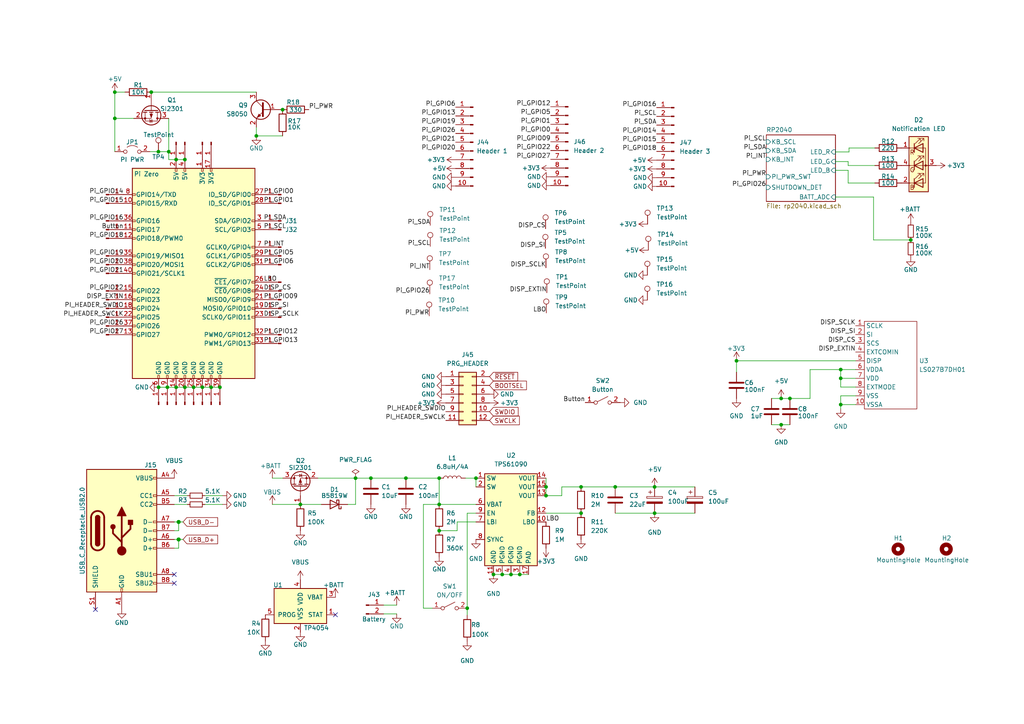
<source format=kicad_sch>
(kicad_sch (version 20231120) (generator "eeschema") (generator_version "8.0")
  (paper "A4")
  (title_block (title "Beepy") (date "2023-04-21") (rev "1.0") (comment 1 "CERN Open Hardware Licence v1.2") (comment 2 "https://github.com/sqfmi/beepy-hardware") (comment 3 "Designed by SQFMI"))
  (junction (at 107.569 138.684))
  (junction (at 178.435 141.224))
  (junction (at 48.9458 43.9928))
  (junction (at 63.7794 112.3188))
  (junction (at 138.049 138.684))
  (junction (at 56.1594 112.3188))
  (junction (at 226.568 123.19))
  (junction (at 243.84 107.188))
  (junction (at 150.749 166.624))
  (junction (at 168.529 148.844))
  (junction (at 61.2394 112.3188))
  (junction (at 51.0794 46.2788))
  (junction (at 158.369 141.224))
  (junction (at 117.729 138.684))
  (junction (at 51.816 156.464) (diameter 1.016))
  (junction (at 45.9994 112.3188))
  (junction (at 158.369 143.764))
  (junction (at 103.124 138.684))
  (junction (at 189.865 141.224))
  (junction (at 264.16 69.596))
  (junction (at 43.8658 26.7208))
  (junction (at 53.6194 112.3188))
  (junction (at 243.84 109.728))
  (junction (at 74.3458 39.4208))
  (junction (at 51.0794 112.3188))
  (junction (at 148.209 166.624))
  (junction (at 127.381 138.684))
  (junction (at 243.84 117.348))
  (junction (at 87.122 146.304))
  (junction (at 51.816 151.384) (diameter 1.016))
  (junction (at 48.5394 112.3188))
  (junction (at 81.9658 31.8008))
  (junction (at 229.108 115.57))
  (junction (at 145.669 166.624))
  (junction (at 213.614 104.648))
  (junction (at 189.865 148.844))
  (junction (at 33.2994 26.7208))
  (junction (at 58.6994 112.3188))
  (junction (at 127.381 146.304))
  (junction (at 53.6194 46.2788))
  (junction (at 45.9486 43.9928))
  (junction (at 127.381 153.924))
  (junction (at 33.2994 34.3408))
  (junction (at 143.129 166.624))
  (junction (at 168.529 141.224))
  (junction (at 226.568 115.57))
  (junction (at 135.509 176.403))
  (no_connect (at 27.686 176.784))
  (no_connect (at 50.546 166.624))
  (no_connect (at 97.282 178.308))
  (no_connect (at 50.546 169.164))
  (wire (pts (xy 245.999 46.863) (xy 245.999 48.006)))
  (wire (pts (xy 138.049 146.304) (xy 127.381 146.304)))
  (wire (pts (xy 248.158 114.808) (xy 243.84 114.808)))
  (wire (pts (xy 158.369 143.764) (xy 162.941 143.764)))
  (wire (pts (xy 148.209 166.624) (xy 150.749 166.624)))
  (wire (pts (xy 48.9458 34.3408) (xy 48.9458 43.9928)))
  (wire (pts (xy 246.253 44.069) (xy 246.253 42.926)))
  (wire (pts (xy 51.0794 46.2788) (xy 53.6194 46.2788)))
  (wire (pts (xy 53.086 151.384) (xy 51.816 151.384)))
  (wire (pts (xy 103.124 146.304) (xy 100.838 146.304)))
  (wire (pts (xy 127.381 146.304) (xy 127.381 138.684)))
  (wire (pts (xy 132.588 153.924) (xy 132.588 151.384)))
  (wire (pts (xy 56.1594 112.3188) (xy 58.6994 112.3188)))
  (wire (pts (xy 158.369 148.844) (xy 168.529 148.844)))
  (wire (pts (xy 59.436 146.304) (xy 64.516 146.304)))
  (wire (pts (xy 117.729 138.684) (xy 127.381 138.684)))
  (wire (pts (xy 138.049 138.684) (xy 138.049 141.224)))
  (wire (pts (xy 50.546 151.384) (xy 51.816 151.384)))
  (wire (pts (xy 53.6194 112.3188) (xy 56.1594 112.3188)))
  (wire (pts (xy 178.435 141.224) (xy 189.865 141.224)))
  (wire (pts (xy 150.749 166.624) (xy 153.289 166.624)))
  (wire (pts (xy 135.001 138.684) (xy 138.049 138.684)))
  (wire (pts (xy 253.365 57.15) (xy 253.365 69.596)))
  (wire (pts (xy 78.994 138.684) (xy 82.042 138.684)))
  (wire (pts (xy 143.129 166.624) (xy 145.669 166.624)))
  (wire (pts (xy 43.8658 26.7208) (xy 74.3458 26.7208)))
  (wire (pts (xy 135.509 148.844) (xy 135.509 176.403)))
  (wire (pts (xy 253.365 69.596) (xy 264.16 69.596)))
  (wire (pts (xy 78.994 146.304) (xy 87.122 146.304)))
  (wire (pts (xy 33.2994 26.7208) (xy 36.2458 26.7208)))
  (wire (pts (xy 33.2994 34.3408) (xy 38.7858 34.3408)))
  (wire (pts (xy 158.369 138.684) (xy 158.369 141.224)))
  (wire (pts (xy 243.84 117.348) (xy 248.158 117.348)))
  (wire (pts (xy 245.999 48.006) (xy 253.746 48.006)))
  (wire (pts (xy 33.2994 34.3408) (xy 33.2994 43.9928)))
  (wire (pts (xy 243.84 117.348) (xy 243.84 118.618)))
  (wire (pts (xy 178.435 148.844) (xy 189.865 148.844)))
  (wire (pts (xy 162.941 143.764) (xy 162.941 141.224)))
  (wire (pts (xy 226.568 123.19) (xy 229.108 123.19)))
  (wire (pts (xy 223.774 115.57) (xy 226.568 115.57)))
  (wire (pts (xy 48.5394 112.3188) (xy 51.0794 112.3188)))
  (wire (pts (xy 122.809 146.304) (xy 122.809 176.403)))
  (wire (pts (xy 43.4594 43.9928) (xy 45.9486 43.9928)))
  (wire (pts (xy 242.316 57.15) (xy 253.365 57.15)))
  (wire (pts (xy 243.84 109.728) (xy 248.158 109.728)))
  (wire (pts (xy 33.2994 26.7208) (xy 33.2994 34.3408)))
  (wire (pts (xy 59.436 143.764) (xy 64.516 143.764)))
  (wire (pts (xy 50.546 143.764) (xy 54.356 143.764)))
  (wire (pts (xy 223.774 123.19) (xy 226.568 123.19)))
  (wire (pts (xy 243.84 114.808) (xy 243.84 117.348)))
  (wire (pts (xy 51.816 153.924) (xy 51.816 151.384)))
  (wire (pts (xy 189.865 148.844) (xy 201.549 148.844)))
  (wire (pts (xy 58.6994 112.3188) (xy 61.2394 112.3188)))
  (wire (pts (xy 48.9458 43.9928) (xy 48.9458 46.2788)))
  (wire (pts (xy 162.941 141.224) (xy 168.529 141.224)))
  (wire (pts (xy 242.316 46.863) (xy 245.999 46.863)))
  (wire (pts (xy 226.568 115.57) (xy 229.108 115.57)))
  (wire (pts (xy 87.122 146.304) (xy 93.218 146.304)))
  (wire (pts (xy 48.9458 43.9928) (xy 45.9486 43.9928)))
  (wire (pts (xy 50.546 153.924) (xy 51.816 153.924)))
  (wire (pts (xy 145.669 166.624) (xy 148.209 166.624)))
  (wire (pts (xy 138.049 148.844) (xy 135.509 148.844)))
  (wire (pts (xy 243.84 107.188) (xy 234.95 107.188)))
  (wire (pts (xy 243.84 112.268) (xy 243.84 109.728)))
  (wire (pts (xy 243.84 107.188) (xy 243.84 109.728)))
  (wire (pts (xy 248.158 112.268) (xy 243.84 112.268)))
  (wire (pts (xy 111.252 178.054) (xy 115.062 178.054)))
  (wire (pts (xy 127.381 153.924) (xy 132.588 153.924)))
  (wire (pts (xy 234.95 115.57) (xy 229.108 115.57)))
  (wire (pts (xy 243.84 107.188) (xy 248.158 107.188)))
  (wire (pts (xy 51.816 159.004) (xy 51.816 156.464)))
  (wire (pts (xy 92.202 138.684) (xy 103.124 138.684)))
  (wire (pts (xy 132.588 151.384) (xy 138.049 151.384)))
  (wire (pts (xy 242.316 49.403) (xy 245.999 49.403)))
  (wire (pts (xy 168.529 141.224) (xy 178.435 141.224)))
  (wire (pts (xy 51.816 156.464) (xy 53.086 156.464)))
  (wire (pts (xy 135.509 176.403) (xy 135.509 178.435)))
  (wire (pts (xy 158.369 141.224) (xy 158.369 143.764)))
  (wire (pts (xy 50.546 156.464) (xy 51.816 156.464)))
  (wire (pts (xy 103.124 138.684) (xy 103.124 146.304)))
  (wire (pts (xy 234.95 107.188) (xy 234.95 115.57)))
  (wire (pts (xy 50.546 146.304) (xy 54.356 146.304)))
  (wire (pts (xy 245.999 53.086) (xy 253.746 53.086)))
  (wire (pts (xy 61.2394 112.3188) (xy 63.7794 112.3188)))
  (wire (pts (xy 50.546 159.004) (xy 51.816 159.004)))
  (wire (pts (xy 122.809 176.403) (xy 125.349 176.403)))
  (wire (pts (xy 246.253 42.926) (xy 253.746 42.926)))
  (wire (pts (xy 189.865 141.224) (xy 201.549 141.224)))
  (wire (pts (xy 48.9458 46.2788) (xy 51.0794 46.2788)))
  (wire (pts (xy 213.614 104.648) (xy 213.614 107.95)))
  (wire (pts (xy 107.569 138.684) (xy 117.729 138.684)))
  (wire (pts (xy 127.381 146.304) (xy 122.809 146.304)))
  (wire (pts (xy 81.9658 39.4208) (xy 74.3458 39.4208)))
  (wire (pts (xy 103.124 138.684) (xy 107.569 138.684)))
  (wire (pts (xy 45.9994 112.3188) (xy 48.5394 112.3188)))
  (wire (pts (xy 111.252 175.514) (xy 115.062 175.514)))
  (wire (pts (xy 51.0794 112.3188) (xy 53.6194 112.3188)))
  (wire (pts (xy 74.3458 36.8808) (xy 74.3458 39.4208)))
  (wire (pts (xy 245.999 49.403) (xy 245.999 53.086)))
  (wire (pts (xy 248.158 104.648) (xy 213.614 104.648)))
  (wire (pts (xy 242.316 44.069) (xy 246.253 44.069)))
  (label "Pi_GPIO09" (at 76.4794 86.9188 0))
  (label "Pi_SDA" (at 222.25 43.688 180))
  (label "Pi_GPIO6" (at 132.1562 31.0896 180))
  (label "Pi_GPIO21" (at 132.1562 41.2496 180))
  (label "DISP_CS" (at 158.242 66.3448 180))
  (label "Pi_GPIO5" (at 76.4794 74.2188 0))
  (label "LBO" (at 158.4452 90.7542 180))
  (label "Pi_SDA" (at 76.4794 64.0588 0))
  (label "Pi_GPIO21" (at 35.8394 79.2988 180))
  (label "DISP_EXTIN" (at 158.5976 84.9122 180))
  (label "Pi_INT" (at 222.25 46.228 180))
  (label "Pi_GPIO1" (at 159.7152 36.0426 180))
  (label "DISP_SCLK" (at 158.3436 77.6732 180))
  (label "PI_HEADER_SWDIO" (at 129.286 119.4054 180))
  (label "DISP_SI" (at 248.158 97.028 180))
  (label "Pi_GPIO27" (at 159.7152 46.2026 180))
  (label "LBO" (at 158.369 151.384 0))
  (label "Pi_GPIO20" (at 132.1562 43.7896 180))
  (label "Pi_GPIO19" (at 132.1562 36.1696 180))
  (label "Pi_GPIO12" (at 159.7152 30.9626 180))
  (label "Pi_GPIO14" (at 190.4492 38.8366 180))
  (label "Pi_GPIO15" (at 35.8394 58.9788 180))
  (label "Pi_PWR" (at 89.5858 31.8008 0))
  (label "DISP_SCLK" (at 248.158 94.488 180))
  (label "DISP_EXTIN" (at 248.158 102.108 180))
  (label "Pi_GPIO22" (at 159.7152 43.6626 180))
  (label "Pi_GPIO26" (at 124.6632 85.2678 180))
  (label "DISP_EXTIN" (at 35.8394 86.9188 180))
  (label "Pi_SCL" (at 190.4492 33.7566 180))
  (label "Pi_GPIO20" (at 35.8394 76.7588 180))
  (label "Pi_GPIO16" (at 190.4492 31.2166 180))
  (label "Button" (at 35.8394 66.5988 180))
  (label "DISP_SCLK" (at 76.4794 91.9988 0))
  (label "Button" (at 169.7228 116.7638 180))
  (label "DISP_CS" (at 248.158 99.568 180))
  (label "Pi_GPIO6" (at 76.4794 76.7588 0))
  (label "Pi_GPIO0" (at 76.4794 56.4388 0))
  (label "Pi_SCL" (at 76.4794 66.5988 0))
  (label "Pi_SCL" (at 222.25 41.148 180))
  (label "Pi_GPIO16" (at 35.8394 64.0588 180))
  (label "Pi_GPIO14" (at 35.8394 56.4388 180))
  (label "Pi_SCL" (at 124.7902 71.4756 180))
  (label "Pi_GPIO1" (at 76.4794 58.9788 0))
  (label "Pi_GPIO18" (at 190.4492 43.9166 180))
  (label "Pi_GPIO09" (at 159.7152 41.1226 180))
  (label "Pi_SDA" (at 190.4492 36.2966 180))
  (label "Pi_GPIO26" (at 132.1562 38.7096 180))
  (label "Pi_SDA" (at 124.7902 65.3796 180))
  (label "PI_HEADER_SWCLK" (at 129.286 121.9454 180))
  (label "LBO" (at 76.4794 81.8388 0))
  (label "Pi_GPIO26" (at 35.8394 94.5388 180))
  (label "DISP_SI" (at 158.1912 72.0344 180))
  (label "Pi_GPIO26" (at 222.25 54.356 180))
  (label "Pi_GPIO22" (at 35.8394 84.3788 180))
  (label "Pi_INT" (at 124.6632 78.232 180))
  (label "Pi_GPIO27" (at 35.8394 97.0788 180))
  (label "Pi_INT" (at 76.4794 71.6788 0))
  (label "Pi_GPIO0" (at 159.7152 38.5826 180))
  (label "Pi_GPIO19" (at 35.8394 74.2188 180))
  (label "Pi_GPIO18" (at 35.8394 69.1388 180))
  (label "Pi_GPIO13" (at 132.1562 33.6296 180))
  (label "PI_HEADER_SWDIO" (at 35.8394 89.4588 180))
  (label "Pi_GPIO12" (at 76.4794 97.0788 0))
  (label "Pi_PWR" (at 222.25 51.2572 180))
  (label "DISP_CS" (at 76.4794 84.3788 0))
  (label "Pi_GPIO5" (at 159.7152 33.5026 180))
  (label "PI_HEADER_SWCLK" (at 35.8394 91.9988 180))
  (label "Pi_GPIO13" (at 76.4794 99.6188 0))
  (label "Pi_GPIO15" (at 190.4492 41.3766 180))
  (label "DISP_SI" (at 76.4794 89.4588 0))
  (label "Pi_PWR" (at 124.4854 91.6432 180))
  (global_label "USB_D-" (shape input) (at 53.086 151.384 0) (property "Intersheetrefs" "${INTERSHEET_REFS}" (effects (hide yes))))
  (global_label "BOOTSEL" (shape input) (at 141.986 111.7854 0) (property "Intersheetrefs" "${INTERSHEET_REFS}" (effects (hide yes))))
  (global_label "SWDIO" (shape input) (at 141.986 119.4054 0) (property "Intersheetrefs" "${INTERSHEET_REFS}" (effects (hide yes))))
  (global_label "USB_D+" (shape input) (at 53.086 156.464 0) (property "Intersheetrefs" "${INTERSHEET_REFS}" (effects (hide yes))))
  (global_label "SWCLK" (shape input) (at 141.986 121.9454 0) (property "Intersheetrefs" "${INTERSHEET_REFS}" (effects (hide yes))))
  (global_label "~{RESET}" (shape input) (at 141.986 109.2454 0) (property "Intersheetrefs" "${INTERSHEET_REFS}" (effects (hide yes))))
  (symbol (lib_id "Connector:Conn_01x01_Male") (at 81.5594 74.2188 180) (unit 1)
    (property "Reference" "J34" (effects (hide yes)))
    (property "Value" "FDX0019B1" (effects (hide yes)))
    (property "Footprint" "beepy:FDX0019B1" (effects (hide yes)))
  )
  (symbol (lib_id "power:GND") (at 74.3458 39.4208 0) (mirror y) (unit 1)
    (property "Reference" "#PWR01" (effects (hide yes)))
    (property "Value" "GND" (at 74.3458 42.9768 0))
  )
  (symbol (lib_id "power:GND") (at 168.529 156.464 0) (unit 1)
    (property "Reference" "#PWR042" (effects (hide yes)))
    (property "Value" "GND" (at 168.529 162.052 0))
  )
  (symbol (lib_id "power:GND") (at 143.129 166.624 0) (unit 1)
    (property "Reference" "#PWR034" (effects (hide yes)))
    (property "Value" "GND" (at 143.129 172.212 0))
  )
  (symbol (lib_id "power:+3.3V") (at 271.526 48.006 270) (unit 1)
    (property "Reference" "#PWR052" (effects (hide yes)))
    (property "Value" "+3V3" (at 277.241 48.006 90))
  )
  (symbol (lib_id "Connector:Conn_01x01_Male") (at 81.5594 89.4588 180) (unit 1)
    (property "Reference" "J39" (effects (hide yes)))
    (property "Value" "FDX0019B1" (effects (hide yes)))
    (property "Footprint" "beepy:FDX0019B1" (effects (hide yes)))
  )
  (symbol (lib_id "Device:C") (at 229.108 119.38 0) (unit 1)
    (property "Reference" "C8" (at 231.394 118.618 0) (effects (justify left)))
    (property "Value" "100nF" (at 231.394 120.65 0) (effects (justify left)))
    (property "Footprint" "Capacitor_SMD:C_0603_1608Metric" (effects (hide yes)))
  )
  (symbol (lib_id "Device:C") (at 213.614 111.76 0) (unit 1)
    (property "Reference" "C6" (at 215.9 110.998 0) (effects (justify left)))
    (property "Value" "100nF" (at 215.9 113.03 0) (effects (justify left)))
    (property "Footprint" "Capacitor_SMD:C_0603_1608Metric" (effects (hide yes)))
  )
  (symbol (lib_id "Transistor_FET:DMG2301L") (at 43.8658 31.8008 270) (unit 1)
    (property "Reference" "Q1" (at 49.8856 29.0068 90))
    (property "Value" "SI2301" (at 49.8856 31.5468 90))
    (property "Footprint" "Package_TO_SOT_SMD:SOT-23" (effects (hide yes)))
    (property "Datasheet" "https://www.diodes.com/assets/Datasheets/DMG2301L.pdf" (effects (hide yes)))
  )
  (symbol (lib_id "Device:R_Small") (at 264.16 72.136 0) (unit 1)
    (property "Reference" "R16" (at 269.367 71.501 0) (effects (justify right)))
    (property "Value" "100K" (at 265.43 73.406 0) (effects (justify left)))
    (property "Footprint" "Resistor_SMD:R_0603_1608Metric" (effects (hide yes)))
  )
  (symbol (lib_id "power:GND") (at 187.7568 87.0458 270) (unit 1)
    (property "Reference" "#PWR0105" (effects (hide yes)))
    (property "Value" "GND" (at 180.8988 87.0458 90) (effects (justify left)))
  )
  (symbol (lib_id "power:GND") (at 190.4492 54.0766 270) (unit 1)
    (property "Reference" "#PWR041" (effects (hide yes)))
    (property "Value" "GND" (at 183.5912 54.0766 90) (effects (justify left)))
  )
  (symbol (lib_id "power:+BATT") (at 78.994 138.684 0) (unit 1)
    (property "Reference" "#PWR09" (effects (hide yes)))
    (property "Value" "+BATT" (at 78.486 135.128 0))
  )
  (symbol (lib_id "Device:R_Small") (at 56.896 146.304 270) (unit 1)
    (property "Reference" "R3" (at 54.356 145.034 90) (effects (justify right)))
    (property "Value" "5.1K" (at 59.436 145.034 90) (effects (justify left)))
    (property "Footprint" "Resistor_SMD:R_0603_1608Metric" (effects (hide yes)))
  )
  (symbol (lib_id "beepy:LS027B7DH01") (at 258.318 105.918 0) (unit 1)
    (property "Reference" "U3" (at 266.573 104.6479 0) (effects (justify left)))
    (property "Value" "LS027B7DH01" (at 266.573 107.1879 0) (effects (justify left)))
    (property "Footprint" "beepy:HRS_FH34SRJ-10S-0.5SH(50)" (effects (hide yes)))
  )
  (symbol (lib_id "power:+3.3V") (at 141.986 116.8654 270) (unit 1)
    (property "Reference" "#PWR036" (effects (hide yes)))
    (property "Value" "+3V3" (at 147.701 116.8654 90))
  )
  (symbol (lib_id "power:GND") (at 159.7152 51.2826 270) (unit 1)
    (property "Reference" "#PWR029" (effects (hide yes)))
    (property "Value" "GND" (at 152.8572 51.2826 90) (effects (justify left)))
  )
  (symbol (lib_id "power:GND") (at 213.614 115.57 0) (unit 1)
    (property "Reference" "#PWR046" (effects (hide yes)))
    (property "Value" "GND" (at 213.614 120.65 0))
  )
  (symbol (lib_id "Connector:Conn_01x01_Male") (at 30.7594 56.4388 0) (unit 1)
    (property "Reference" "J1" (effects (hide yes)))
    (property "Value" "FDX0019B1" (effects (hide yes)))
    (property "Footprint" "beepy:FDX0019B1" (effects (hide yes)))
  )
  (symbol (lib_id "Connector:Conn_01x01_Male") (at 30.7594 97.0788 0) (unit 1)
    (property "Reference" "J14" (effects (hide yes)))
    (property "Value" "FDX0019B1" (effects (hide yes)))
    (property "Footprint" "beepy:FDX0019B1" (effects (hide yes)))
  )
  (symbol (lib_id "Connector:TestPoint") (at 124.6632 85.2678 0) (unit 1)
    (property "Reference" "TP17" (at 127.254 80.6957 0) (effects (justify left)))
    (property "Value" "TestPoint" (at 127.254 83.2357 0) (effects (justify left)))
    (property "Footprint" "TestPoint:TestPoint_Pad_D1.5mm" (effects (hide yes)))
  )
  (symbol (lib_id "Device:C") (at 178.435 145.034 0) (unit 1)
    (property "Reference" "C3" (at 182.499 143.7639 0) (effects (justify left)))
    (property "Value" "22uF" (at 182.499 146.3039 0) (effects (justify left)))
    (property "Footprint" "Capacitor_SMD:C_1206_3216Metric" (effects (hide yes)))
  )
  (symbol (lib_id "Device:C_Polarized") (at 201.549 145.034 0) (unit 1)
    (property "Reference" "C5" (at 205.359 142.8749 0) (effects (justify left)))
    (property "Value" "100uF" (at 205.359 145.4149 0) (effects (justify left)))
    (property "Footprint" "Capacitor_Tantalum_SMD:CP_EIA-3528-15_AVX-H" (effects (hide yes)))
  )
  (symbol (lib_id "power:GND") (at 187.7568 79.8068 270) (unit 1)
    (property "Reference" "#PWR0104" (effects (hide yes)))
    (property "Value" "GND" (at 180.8988 79.8068 90) (effects (justify left)))
  )
  (symbol (lib_id "power:GND") (at 107.569 146.304 0) (unit 1)
    (property "Reference" "#PWR019" (effects (hide yes)))
    (property "Value" "GND" (at 107.569 149.86 0))
  )
  (symbol (lib_id "power:GND") (at 87.122 153.924 0) (unit 1)
    (property "Reference" "#PWR011" (effects (hide yes)))
    (property "Value" "GND" (at 87.122 157.48 0))
  )
  (symbol (lib_id "Device:R") (at 168.529 152.654 0) (unit 1)
    (property "Reference" "R11" (at 171.323 151.3839 0) (effects (justify left)))
    (property "Value" "220K" (at 171.323 153.9239 0) (effects (justify left)))
    (property "Footprint" "Resistor_SMD:R_0603_1608Metric" (effects (hide yes)))
  )
  (symbol (lib_id "power:GND") (at 189.865 148.844 0) (unit 1)
    (property "Reference" "#PWR044" (effects (hide yes)))
    (property "Value" "GND" (at 189.865 154.432 0))
  )
  (symbol (lib_id "Device:C") (at 107.569 142.494 0) (unit 1)
    (property "Reference" "C1" (at 110.617 141.2239 0) (effects (justify left)))
    (property "Value" "10uF" (at 110.617 143.7639 0) (effects (justify left)))
    (property "Footprint" "Capacitor_SMD:C_0603_1608Metric" (effects (hide yes)))
  )
  (symbol (lib_id "Connector:Conn_01x01_Male") (at 30.7594 86.9188 0) (unit 1)
    (property "Reference" "J10" (effects (hide yes)))
    (property "Value" "FDX0019B1" (effects (hide yes)))
    (property "Footprint" "beepy:FDX0019B1" (effects (hide yes)))
  )
  (symbol (lib_id "Connector:Conn_01x01_Male") (at 81.5594 76.7588 180) (unit 1)
    (property "Reference" "J35" (effects (hide yes)))
    (property "Value" "FDX0019B1" (effects (hide yes)))
    (property "Footprint" "beepy:FDX0019B1" (effects (hide yes)))
  )
  (symbol (lib_id "Connector:Conn_01x10_Male") (at 195.5292 41.3766 0) (mirror y) (unit 1)
    (property "Reference" "J47" (at 197.0532 41.3765 0) (effects (justify right)))
    (property "Value" "Header 3" (at 197.0532 43.9165 0) (effects (justify right)))
    (property "Footprint" "Connector_PinHeader_2.54mm:PinHeader_1x10_P2.54mm_Vertical" (effects (hide yes)))
  )
  (symbol (lib_id "power:GND") (at 179.8828 116.7638 90) (unit 1)
    (property "Reference" "#PWR033" (effects (hide yes)))
    (property "Value" "GND" (at 183.6928 116.7637 90) (effects (justify right)))
  )
  (symbol (lib_id "Device:R") (at 257.556 42.926 90) (unit 1)
    (property "Reference" "R12" (at 257.556 41.021 90))
    (property "Value" "220" (at 257.556 42.926 90))
    (property "Footprint" "Resistor_SMD:R_0603_1608Metric" (effects (hide yes)))
  )
  (symbol (lib_id "power:GND") (at 117.729 146.304 0) (unit 1)
    (property "Reference" "#PWR022" (effects (hide yes)))
    (property "Value" "GND" (at 117.729 149.86 0))
  )
  (symbol (lib_id "power:GND") (at 129.286 111.7854 270) (unit 1)
    (property "Reference" "#PWR025" (effects (hide yes)))
    (property "Value" "GND" (at 124.206 111.7854 90))
  )
  (symbol (lib_id "Device:R") (at 87.122 150.114 0) (unit 1)
    (property "Reference" "R5" (at 89.154 148.8439 0) (effects (justify left)))
    (property "Value" "100K" (at 89.154 151.3839 0) (effects (justify left)))
    (property "Footprint" "Resistor_SMD:R_0603_1608Metric" (effects (hide yes)))
  )
  (symbol (lib_id "power:+5V") (at 33.2994 26.7208 0) (unit 1)
    (property "Reference" "#PWR02" (effects (hide yes)))
    (property "Value" "+5V" (at 33.2994 22.9108 0))
  )
  (symbol (lib_id "power:GND") (at 45.9994 112.3188 270) (unit 1)
    (property "Reference" "#PWR04" (effects (hide yes)))
    (property "Value" "GND" (at 39.116 112.2934 90) (effects (justify left)))
  )
  (symbol (lib_id "Device:LED_RBAG") (at 266.446 48.006 0) (unit 1)
    (property "Reference" "D2" (at 266.446 34.798 0))
    (property "Value" "Notification LED" (at 266.446 37.338 0))
    (property "Footprint" "beepy:FM-B2020RGBA-HG" (effects (hide yes)))
  )
  (symbol (lib_id "Connector:Conn_01x01_Male") (at 53.6194 117.3988 90) (unit 1)
    (property "Reference" "J21" (effects (hide yes)))
    (property "Value" "FDX0019B1" (effects (hide yes)))
    (property "Footprint" "beepy:FDX0019B1" (effects (hide yes)))
  )
  (symbol (lib_id "Device:C") (at 223.774 119.38 0) (unit 1)
    (property "Reference" "C7" (at 217.678 118.618 0) (effects (justify left)))
    (property "Value" "1uF" (at 217.678 120.65 0) (effects (justify left)))
    (property "Footprint" "Capacitor_SMD:C_0603_1608Metric" (effects (hide yes)))
  )
  (symbol (lib_id "Device:C_Polarized") (at 189.865 145.034 0) (unit 1)
    (property "Reference" "C4" (at 193.675 142.8749 0) (effects (justify left)))
    (property "Value" "100uF" (at 193.675 145.4149 0) (effects (justify left)))
    (property "Footprint" "Capacitor_Tantalum_SMD:CP_EIA-3528-15_AVX-H" (effects (hide yes)))
  )
  (symbol (lib_id "Device:R") (at 135.509 182.245 180) (unit 1)
    (property "Reference" "R8" (at 139.319 181.229 0) (effects (justify left)))
    (property "Value" "100K" (at 141.859 184.023 0) (effects (justify left)))
    (property "Footprint" "Resistor_SMD:R_0603_1608Metric" (effects (hide yes)))
  )
  (symbol (lib_id "Connector:Conn_01x01_Male") (at 30.7594 66.5988 0) (unit 1)
    (property "Reference" "J4" (effects (hide yes)))
    (property "Value" "FDX0019B1" (effects (hide yes)))
    (property "Footprint" "beepy:FDX0019B1" (effects (hide yes)))
  )
  (symbol (lib_id "Switch:SW_SPST") (at 174.8028 116.7638 0) (unit 1)
    (property "Reference" "SW2" (at 174.8028 110.4138 0))
    (property "Value" "Button" (at 174.8028 112.9538 0))
    (property "Footprint" "Button_Switch_SMD:Panasonic_EVQPUL_EVQPUC" (effects (hide yes)))
  )
  (symbol (lib_id "Mechanical:MountingHole") (at 274.447 159.258 0) (unit 1)
    (property "Reference" "H2" (at 273.177 156.083 0) (effects (justify left)))
    (property "Value" "MountingHole" (at 268.097 162.433 0) (effects (justify left)))
    (property "Footprint" "MountingHole:MountingHole_2.7mm_M2.5" (effects (hide yes)))
  )
  (symbol (lib_id "Jumper:Jumper_2_Open") (at 38.3794 43.9928 0) (unit 1)
    (property "Reference" "JP1" (at 38.3794 41.1988 0))
    (property "Value" "PI PWR" (at 38.3794 46.2788 0))
    (property "Footprint" "Jumper:SolderJumper-2_P1.3mm_Open_RoundedPad1.0x1.5mm" (effects (hide yes)))
  )
  (symbol (lib_id "power:+3.3V") (at 190.4492 48.9966 90) (unit 1)
    (property "Reference" "#PWR039" (effects (hide yes)))
    (property "Value" "+3V3" (at 184.7342 48.9966 90))
  )
  (symbol (lib_id "Connector:Conn_01x01_Male") (at 45.9994 117.3988 90) (unit 1)
    (property "Reference" "J16" (effects (hide yes)))
    (property "Value" "FDX0019B1" (effects (hide yes)))
    (property "Footprint" "beepy:FDX0019B1" (effects (hide yes)))
  )
  (symbol (lib_id "Connector:Conn_01x01_Male") (at 58.6994 117.3988 90) (unit 1)
    (property "Reference" "J25" (effects (hide yes)))
    (property "Value" "FDX0019B1" (effects (hide yes)))
    (property "Footprint" "beepy:FDX0019B1" (effects (hide yes)))
  )
  (symbol (lib_id "Connector:TestPoint") (at 45.9486 43.9928 0) (unit 1)
    (property "Reference" "TP4" (at 44.1198 45.5168 0) (effects (justify left)))
    (property "Value" "TestPoint" (at 41.5544 39.0906 0) (effects (justify left)))
    (property "Footprint" "TestPoint:TestPoint_Pad_D1.5mm" (effects (hide yes)))
  )
  (symbol (lib_id "power:+5V") (at 226.568 115.57 0) (unit 1)
    (property "Reference" "#PWR047" (effects (hide yes)))
    (property "Value" "+5V" (at 226.568 110.49 0))
  )
  (symbol (lib_id "Device:Q_NPN_BEC") (at 76.8858 31.8008 0) (mirror y) (unit 1)
    (property "Reference" "Q9" (at 71.9074 30.5307 0) (effects (justify left)))
    (property "Value" "S8050" (at 71.9074 33.0707 0) (effects (justify left)))
    (property "Footprint" "Package_TO_SOT_SMD:SOT-23" (effects (hide yes)))
  )
  (symbol (lib_id "power:GND") (at 76.962 185.928 0) (unit 1)
    (property "Reference" "#PWR08" (effects (hide yes)))
    (property "Value" "GND" (at 76.962 189.484 0))
  )
  (symbol (lib_id "Connector:Conn_01x01_Male") (at 81.5594 71.6788 180) (unit 1)
    (property "Reference" "J33" (effects (hide yes)))
    (property "Value" "FDX0019B1" (effects (hide yes)))
    (property "Footprint" "beepy:FDX0019B1" (effects (hide yes)))
  )
  (symbol (lib_id "Connector:TestPoint") (at 158.3436 77.6732 0) (unit 1)
    (property "Reference" "TP8" (at 160.9344 73.1011 0) (effects (justify left)))
    (property "Value" "TestPoint" (at 160.9344 75.6411 0) (effects (justify left)))
    (property "Footprint" "TestPoint:TestPoint_Pad_D1.5mm" (effects (hide yes)))
  )
  (symbol (lib_id "power:+3.3V") (at 159.7152 48.7426 90) (unit 1)
    (property "Reference" "#PWR028" (effects (hide yes)))
    (property "Value" "+3V3" (at 154.0002 48.7426 90))
  )
  (symbol (lib_id "Connector:Conn_01x01_Male") (at 81.5594 56.4388 180) (unit 1)
    (property "Reference" "J29" (effects (hide yes)))
    (property "Value" "FDX0019B1" (effects (hide yes)))
    (property "Footprint" "beepy:FDX0019B1" (effects (hide yes)))
  )
  (symbol (lib_id "power:GND") (at 159.7152 53.8226 270) (unit 1)
    (property "Reference" "#PWR030" (effects (hide yes)))
    (property "Value" "GND" (at 152.8572 53.8226 90) (effects (justify left)))
  )
  (symbol (lib_id "Connector:Conn_01x02_Male") (at 106.172 175.514 0) (unit 1)
    (property "Reference" "J43" (at 108.458 172.466 0))
    (property "Value" "Battery" (at 108.458 179.578 0))
    (property "Footprint" "Connector_JST:JST_PH_S2B-PH-SM4-TB_1x02-1MP_P2.00mm_Horizontal" (effects (hide yes)))
  )
  (symbol (lib_id "Connector:Conn_01x01_Male") (at 81.5594 84.3788 180) (unit 1)
    (property "Reference" "J37" (effects (hide yes)))
    (property "Value" "FDX0019B1" (effects (hide yes)))
    (property "Footprint" "beepy:FDX0019B1" (effects (hide yes)))
  )
  (symbol (lib_id "Connector:TestPoint") (at 187.833 64.9986 0) (unit 1)
    (property "Reference" "TP13" (at 190.4238 60.4265 0) (effects (justify left)))
    (property "Value" "TestPoint" (at 190.4238 62.9665 0) (effects (justify left)))
    (property "Footprint" "TestPoint:TestPoint_Pad_D1.5mm" (effects (hide yes)))
  )
  (symbol (lib_id "Connector:Conn_01x01_Male") (at 30.7594 79.2988 0) (unit 1)
    (property "Reference" "J8" (effects (hide yes)))
    (property "Value" "FDX0019B1" (effects (hide yes)))
    (property "Footprint" "beepy:FDX0019B1" (effects (hide yes)))
  )
  (symbol (lib_id "power:VBUS") (at 78.994 146.304 0) (unit 1)
    (property "Reference" "#PWR010" (effects (hide yes)))
    (property "Value" "VBUS" (at 78.994 142.748 0))
  )
  (symbol (lib_id "Device:R") (at 127.381 157.734 0) (unit 1)
    (property "Reference" "R7" (at 129.413 156.4639 0) (effects (justify left)))
    (property "Value" "360K" (at 129.413 159.0039 0) (effects (justify left)))
    (property "Footprint" "Resistor_SMD:R_0603_1608Metric" (effects (hide yes)))
  )
  (symbol (lib_id "power:+3.3V") (at 158.369 159.004 180) (unit 1)
    (property "Reference" "#PWR037" (effects (hide yes)))
    (property "Value" "+3V3" (at 158.369 162.814 0))
  )
  (symbol (lib_id "Connector:Conn_01x01_Male") (at 51.0794 41.1988 270) (unit 1)
    (property "Reference" "J18" (effects (hide yes)))
    (property "Value" "FDX0019B1" (effects (hide yes)))
    (property "Footprint" "beepy:FDX0019B1" (effects (hide yes)))
  )
  (symbol (lib_id "Connector:Conn_01x01_Male") (at 61.2394 117.3988 90) (unit 1)
    (property "Reference" "J27" (effects (hide yes)))
    (property "Value" "FDX0019B1" (effects (hide yes)))
    (property "Footprint" "beepy:FDX0019B1" (effects (hide yes)))
  )
  (symbol (lib_id "Connector:TestPoint") (at 124.4854 91.6432 0) (unit 1)
    (property "Reference" "TP10" (at 127.0762 87.0711 0) (effects (justify left)))
    (property "Value" "TestPoint" (at 127.0762 89.6111 0) (effects (justify left)))
    (property "Footprint" "TestPoint:TestPoint_Pad_D1.5mm" (effects (hide yes)))
  )
  (symbol (lib_id "Connector:Conn_01x01_Male") (at 30.7594 91.9988 0) (unit 1)
    (property "Reference" "J12" (effects (hide yes)))
    (property "Value" "FDX0019B1" (effects (hide yes)))
    (property "Footprint" "beepy:FDX0019B1" (effects (hide yes)))
  )
  (symbol (lib_id "power:GND") (at 64.516 146.304 90) (unit 1)
    (property "Reference" "#PWR07" (effects (hide yes)))
    (property "Value" "GND" (at 69.596 146.304 90))
  )
  (symbol (lib_id "power:+BATT") (at 264.16 64.516 0) (unit 1)
    (property "Reference" "#PWR050" (effects (hide yes)))
    (property "Value" "+BATT" (at 263.906 60.706 0))
  )
  (symbol (lib_id "Connector:Conn_01x01_Male") (at 81.5594 91.9988 180) (unit 1)
    (property "Reference" "J40" (effects (hide yes)))
    (property "Value" "FDX0019B1" (effects (hide yes)))
    (property "Footprint" "beepy:FDX0019B1" (effects (hide yes)))
  )
  (symbol (lib_id "Connector:Conn_01x01_Male") (at 30.7594 69.1388 0) (unit 1)
    (property "Reference" "J5" (effects (hide yes)))
    (property "Value" "FDX0019B1" (effects (hide yes)))
    (property "Footprint" "beepy:FDX0019B1" (effects (hide yes)))
  )
  (symbol (lib_id "Device:R") (at 158.369 155.194 0) (unit 1)
    (property "Reference" "R9" (at 160.909 153.9239 0) (effects (justify left)))
    (property "Value" "1M" (at 160.909 156.4639 0) (effects (justify left)))
    (property "Footprint" "Resistor_SMD:R_0603_1608Metric" (effects (hide yes)))
  )
  (symbol (lib_id "Connector:TestPoint") (at 158.4452 90.7542 0) (unit 1)
    (property "Reference" "TP9" (at 161.036 86.1821 0) (effects (justify left)))
    (property "Value" "TestPoint" (at 161.036 88.7221 0) (effects (justify left)))
    (property "Footprint" "TestPoint:TestPoint_Pad_D1.5mm" (effects (hide yes)))
  )
  (symbol (lib_id "Connector:Conn_01x01_Male") (at 81.5594 64.0588 180) (unit 1)
    (property "Reference" "J31" (at 84.4804 64.0588 0))
    (property "Value" "FDX0019B1" (effects (hide yes)))
    (property "Footprint" "beepy:FDX0019B1" (effects (hide yes)))
  )
  (symbol (lib_id "power:VBUS") (at 87.122 168.148 0) (unit 1)
    (property "Reference" "#PWR012" (effects (hide yes)))
    (property "Value" "VBUS" (at 87.122 163.068 0))
  )
  (symbol (lib_id "Connector:Conn_01x01_Male") (at 61.2394 41.1988 270) (unit 1)
    (property "Reference" "J26" (effects (hide yes)))
    (property "Value" "FDX0019B1" (effects (hide yes)))
    (property "Footprint" "beepy:FDX0019B1" (effects (hide yes)))
  )
  (symbol (lib_id "Connector:Raspberry_Pi_2_3") (at 56.1594 79.2988 0) (unit 1)
    (property "Reference" "J22" (effects (hide yes)))
    (property "Value" "Pi Zero" (at 38.8366 50.4698 0) (effects (justify left)))
    (property "Footprint" "beepy:Raspberry_Pi_Zero_Socketed_SMD_FaceUP_MountingHoles" (effects (hide yes)))
    (property "Datasheet" "https://www.raspberrypi.org/documentation/hardware/raspberrypi/schematics/rpi_SCH_3bplus_1p0_reduced.pdf" (effects (hide yes)))
  )
  (symbol (lib_id "Device:R") (at 85.7758 31.8008 270) (mirror x) (unit 1)
    (property "Reference" "R18" (at 86.995 29.6672 90) (effects (justify right)))
    (property "Value" "330" (at 87.6554 31.8516 90) (effects (justify right)))
    (property "Footprint" "Resistor_SMD:R_0603_1608Metric" (effects (hide yes)))
  )
  (symbol (lib_id "power:+5V") (at 132.1562 48.8696 90) (unit 1)
    (property "Reference" "#PWR016" (effects (hide yes)))
    (property "Value" "+5V" (at 127.3302 48.8696 90))
  )
  (symbol (lib_id "Connector:Conn_01x10_Male") (at 164.7952 41.1226 0) (mirror y) (unit 1)
    (property "Reference" "J46" (at 166.3192 41.1225 0) (effects (justify right)))
    (property "Value" "Header 2" (at 166.3192 43.6625 0) (effects (justify right)))
    (property "Footprint" "Connector_PinHeader_2.54mm:PinHeader_1x10_P2.54mm_Vertical" (effects (hide yes)))
  )
  (symbol (lib_id "power:GND") (at 129.286 114.3254 270) (unit 1)
    (property "Reference" "#PWR026" (effects (hide yes)))
    (property "Value" "GND" (at 124.206 114.3254 90))
  )
  (symbol (lib_id "Connector:Conn_01x01_Male") (at 30.7594 58.9788 0) (unit 1)
    (property "Reference" "J2" (effects (hide yes)))
    (property "Value" "FDX0019B1" (effects (hide yes)))
    (property "Footprint" "beepy:FDX0019B1" (effects (hide yes)))
  )
  (symbol (lib_id "Device:R") (at 127.381 150.114 0) (unit 1)
    (property "Reference" "R6" (at 129.413 148.844 0) (effects (justify left)))
    (property "Value" "2M" (at 129.413 151.384 0) (effects (justify left)))
    (property "Footprint" "Resistor_SMD:R_0603_1608Metric" (effects (hide yes)))
  )
  (symbol (lib_id "Device:R_Small") (at 264.16 67.056 0) (unit 1)
    (property "Reference" "R15" (at 269.367 66.421 0) (effects (justify right)))
    (property "Value" "100K" (at 265.43 68.326 0) (effects (justify left)))
    (property "Footprint" "Resistor_SMD:R_0603_1608Metric" (effects (hide yes)))
  )
  (symbol (lib_id "Connector:Conn_01x01_Male") (at 30.7594 74.2188 0) (unit 1)
    (property "Reference" "J6" (effects (hide yes)))
    (property "Value" "FDX0019B1" (effects (hide yes)))
    (property "Footprint" "beepy:FDX0019B1" (effects (hide yes)))
  )
  (symbol (lib_id "Connector:Conn_01x10_Male") (at 137.2362 41.2496 0) (mirror y) (unit 1)
    (property "Reference" "J44" (at 138.2522 41.2495 0) (effects (justify right)))
    (property "Value" "Header 1" (at 138.2522 43.7895 0) (effects (justify right)))
    (property "Footprint" "Connector_PinHeader_2.54mm:PinHeader_1x10_P2.54mm_Vertical" (effects (hide yes)))
  )
  (symbol (lib_id "Device:R") (at 81.9658 35.6108 0) (mirror x) (unit 1)
    (property "Reference" "R17" (at 87.3252 35.1028 0) (effects (justify right)))
    (property "Value" "10K" (at 87.2998 36.8808 0) (effects (justify right)))
    (property "Footprint" "Resistor_SMD:R_0603_1608Metric" (effects (hide yes)))
  )
  (symbol (lib_id "power:GND") (at 135.509 186.055 0) (unit 1)
    (property "Reference" "#PWR031" (effects (hide yes)))
    (property "Value" "GND" (at 135.509 191.643 0))
  )
  (symbol (lib_id "Connector:Conn_01x01_Male") (at 53.6194 41.1988 270) (unit 1)
    (property "Reference" "J20" (effects (hide yes)))
    (property "Value" "FDX0019B1" (effects (hide yes)))
    (property "Footprint" "beepy:FDX0019B1" (effects (hide yes)))
  )
  (symbol (lib_id "Connector:TestPoint") (at 158.5976 84.9122 0) (unit 1)
    (property "Reference" "TP1" (at 161.1884 80.3401 0) (effects (justify left)))
    (property "Value" "TestPoint" (at 161.1884 82.8801 0) (effects (justify left)))
    (property "Footprint" "TestPoint:TestPoint_Pad_D1.5mm" (effects (hide yes)))
  )
  (symbol (lib_id "Transistor_FET:FDN340P") (at 87.122 141.224 90) (unit 1)
    (property "Reference" "Q2" (at 87.122 133.604 90))
    (property "Value" "SI2301" (at 87.122 135.636 90))
    (property "Footprint" "Package_TO_SOT_SMD:SOT-23" (effects (hide yes)))
    (property "Datasheet" "https://www.onsemi.com/pub/Collateral/FDN340P-D.PDF" (effects (hide yes)))
  )
  (symbol (lib_id "power:GND") (at 127.381 161.544 0) (unit 1)
    (property "Reference" "#PWR023" (effects (hide yes)))
    (property "Value" "GND" (at 127.381 165.1 0))
  )
  (symbol (lib_id "power:+5V") (at 190.4492 46.4566 90) (unit 1)
    (property "Reference" "#PWR038" (effects (hide yes)))
    (property "Value" "+5V" (at 185.3692 46.4566 90))
  )
  (symbol (lib_id "power:+BATT") (at 115.062 175.514 0) (unit 1)
    (property "Reference" "#PWR020" (effects (hide yes)))
    (property "Value" "+BATT" (at 114.554 171.958 0))
  )
  (symbol (lib_id "Connector:TestPoint") (at 187.7568 87.0458 0) (unit 1)
    (property "Reference" "TP16" (at 190.3476 82.4737 0) (effects (justify left)))
    (property "Value" "TestPoint" (at 190.3476 85.0137 0) (effects (justify left)))
    (property "Footprint" "TestPoint:TestPoint_Pad_D1.5mm" (effects (hide yes)))
  )
  (symbol (lib_id "power:GND") (at 115.062 178.054 0) (unit 1)
    (property "Reference" "#PWR021" (effects (hide yes)))
    (property "Value" "GND" (at 115.062 181.61 0))
  )
  (symbol (lib_id "Connector:Conn_01x01_Male") (at 30.7594 89.4588 0) (unit 1)
    (property "Reference" "J11" (effects (hide yes)))
    (property "Value" "FDX0019B1" (effects (hide yes)))
    (property "Footprint" "beepy:FDX0019B1" (effects (hide yes)))
  )
  (symbol (lib_id "power:GND") (at 35.306 176.784 0) (unit 1)
    (property "Reference" "#PWR03" (effects (hide yes)))
    (property "Value" "GND" (at 35.306 180.594 0))
  )
  (symbol (lib_id "power:GND") (at 141.986 114.3254 90) (unit 1)
    (property "Reference" "#PWR035" (effects (hide yes)))
    (property "Value" "GND" (at 147.066 114.3254 90))
  )
  (symbol (lib_id "Connector:Conn_01x01_Male") (at 81.5594 97.0788 180) (unit 1)
    (property "Reference" "J41" (effects (hide yes)))
    (property "Value" "FDX0019B1" (effects (hide yes)))
    (property "Footprint" "beepy:FDX0019B1" (effects (hide yes)))
  )
  (symbol (lib_id "Connector:Conn_01x01_Male") (at 56.1594 117.3988 90) (unit 1)
    (property "Reference" "J23" (effects (hide yes)))
    (property "Value" "FDX0019B1" (effects (hide yes)))
    (property "Footprint" "beepy:FDX0019B1" (effects (hide yes)))
  )
  (symbol (lib_id "Connector:TestPoint") (at 124.7902 71.4756 0) (unit 1)
    (property "Reference" "TP12" (at 127.381 66.9035 0) (effects (justify left)))
    (property "Value" "TestPoint" (at 127.381 69.4435 0) (effects (justify left)))
    (property "Footprint" "TestPoint:TestPoint_Pad_D1.5mm" (effects (hide yes)))
  )
  (symbol (lib_id "Connector:TestPoint") (at 124.7902 65.3796 0) (unit 1)
    (property "Reference" "TP11" (at 127.381 60.8075 0) (effects (justify left)))
    (property "Value" "TestPoint" (at 127.381 63.3475 0) (effects (justify left)))
    (property "Footprint" "TestPoint:TestPoint_Pad_D1.5mm" (effects (hide yes)))
  )
  (symbol (lib_id "power:+3.3V") (at 129.286 116.8654 90) (unit 1)
    (property "Reference" "#PWR027" (effects (hide yes)))
    (property "Value" "+3V3" (at 123.571 116.8654 90))
  )
  (symbol (lib_id "power:PWR_FLAG") (at 103.124 138.684 0) (unit 1)
    (property "Reference" "#FLG01" (effects (hide yes)))
    (property "Value" "PWR_FLAG" (at 103.124 133.35 0))
  )
  (symbol (lib_id "Device:R") (at 40.0558 26.7208 90) (unit 1)
    (property "Reference" "R1" (at 38.735 24.6634 90) (effects (justify right)))
    (property "Value" "10K" (at 38.1254 26.7208 90) (effects (justify right)))
    (property "Footprint" "Resistor_SMD:R_0603_1608Metric" (effects (hide yes)))
  )
  (symbol (lib_id "Connector:Conn_01x01_Male") (at 81.5594 66.5988 180) (unit 1)
    (property "Reference" "J32" (at 84.4804 66.5988 0))
    (property "Value" "FDX0019B1" (effects (hide yes)))
    (property "Footprint" "beepy:FDX0019B1" (effects (hide yes)))
  )
  (symbol (lib_id "Device:R") (at 257.556 48.006 90) (unit 1)
    (property "Reference" "R13" (at 257.556 46.101 90))
    (property "Value" "100" (at 257.556 48.006 90))
    (property "Footprint" "Resistor_SMD:R_0603_1608Metric" (effects (hide yes)))
  )
  (symbol (lib_id "Connector:Conn_01x01_Male") (at 48.5394 117.3988 90) (unit 1)
    (property "Reference" "J17" (effects (hide yes)))
    (property "Value" "FDX0019B1" (effects (hide yes)))
    (property "Footprint" "beepy:FDX0019B1" (effects (hide yes)))
  )
  (symbol (lib_id "Connector:TestPoint") (at 188.0362 72.5678 0) (unit 1)
    (property "Reference" "TP14" (at 190.627 67.9957 0) (effects (justify left)))
    (property "Value" "TestPoint" (at 190.627 70.5357 0) (effects (justify left)))
    (property "Footprint" "TestPoint:TestPoint_Pad_D1.5mm" (effects (hide yes)))
  )
  (symbol (lib_id "Connector:Conn_01x01_Male") (at 81.5594 86.9188 180) (unit 1)
    (property "Reference" "J38" (effects (hide yes)))
    (property "Value" "FDX0019B1" (effects (hide yes)))
    (property "Footprint" "beepy:FDX0019B1" (effects (hide yes)))
  )
  (symbol (lib_id "Connector:Conn_01x01_Male") (at 81.5594 99.6188 180) (unit 1)
    (property "Reference" "J42" (effects (hide yes)))
    (property "Value" "FDX0019B1" (effects (hide yes)))
    (property "Footprint" "beepy:FDX0019B1" (effects (hide yes)))
  )
  (symbol (lib_id "power:GND") (at 264.16 74.676 0) (unit 1)
    (property "Reference" "#PWR051" (effects (hide yes)))
    (property "Value" "GND" (at 262.128 78.232 0) (effects (justify left)))
  )
  (symbol (lib_id "power:GND") (at 132.1562 53.9496 270) (unit 1)
    (property "Reference" "#PWR018" (effects (hide yes)))
    (property "Value" "GND" (at 125.2982 53.9496 90) (effects (justify left)))
  )
  (symbol (lib_id "Mechanical:MountingHole") (at 260.477 159.258 0) (unit 1)
    (property "Reference" "H1" (at 259.207 156.083 0) (effects (justify left)))
    (property "Value" "MountingHole" (at 254.127 162.433 0) (effects (justify left)))
    (property "Footprint" "MountingHole:MountingHole_2.7mm_M2.5" (effects (hide yes)))
  )
  (symbol (lib_id "power:+3.3V") (at 187.833 64.9986 90) (unit 1)
    (property "Reference" "#PWR057" (effects (hide yes)))
    (property "Value" "+3V3" (at 182.118 64.9986 90))
  )
  (symbol (lib_id "power:GND") (at 132.1562 51.4096 270) (unit 1)
    (property "Reference" "#PWR017" (effects (hide yes)))
    (property "Value" "GND" (at 125.2982 51.4096 90) (effects (justify left)))
  )
  (symbol (lib_id "power:VBUS") (at 50.546 138.684 0) (unit 1)
    (property "Reference" "#PWR05" (effects (hide yes)))
    (property "Value" "VBUS" (at 50.546 133.604 0))
  )
  (symbol (lib_id "Connector:Conn_01x01_Male") (at 81.5594 58.9788 180) (unit 1)
    (property "Reference" "J30" (effects (hide yes)))
    (property "Value" "FDX0019B1" (effects (hide yes)))
    (property "Footprint" "beepy:FDX0019B1" (effects (hide yes)))
  )
  (symbol (lib_id "power:+BATT") (at 97.282 173.228 0) (unit 1)
    (property "Reference" "#PWR014" (effects (hide yes)))
    (property "Value" "+BATT" (at 96.774 169.672 0))
  )
  (symbol (lib_id "Connector_Generic:Conn_02x06_Odd_Even") (at 134.366 114.3254 0) (unit 1)
    (property "Reference" "J45" (at 135.636 102.8954 0))
    (property "Value" "PRG_HEADER" (at 135.636 105.4354 0))
    (property "Footprint" "Connector_PinHeader_1.27mm:PinHeader_2x06_P1.27mm_Vertical_SMD" (effects (hide yes)))
  )
  (symbol (lib_id "Device:R") (at 76.962 182.118 180) (unit 1)
    (property "Reference" "R4" (at 72.898 180.848 0) (effects (justify right)))
    (property "Value" "10K" (at 71.628 183.388 0) (effects (justify right)))
    (property "Footprint" "Resistor_SMD:R_0603_1608Metric" (effects (hide yes)))
  )
  (symbol (lib_id "Device:L") (at 131.191 138.684 90) (unit 1)
    (property "Reference" "L1" (at 131.191 132.842 90))
    (property "Value" "6.8uH/4A" (at 131.191 135.382 90))
    (property "Footprint" "Inductor_SMD:L_Bourns_SRP7028A_7.3x6.6mm" (effects (hide yes)))
  )
  (symbol (lib_id "power:+3.3V") (at 213.614 104.648 0) (unit 1)
    (property "Reference" "#PWR045" (effects (hide yes)))
    (property "Value" "+3V3" (at 213.487 101.092 0))
  )
  (symbol (lib_id "power:+3.3V") (at 132.1562 46.3296 90) (unit 1)
    (property "Reference" "#PWR015" (effects (hide yes)))
    (property "Value" "+3V3" (at 126.4412 46.3296 90))
  )
  (symbol (lib_id "Battery_Management:MCP73831-2-OT") (at 87.122 175.768 0) (unit 1)
    (property "Reference" "U1" (at 79.248 169.672 0) (effects (justify left)))
    (property "Value" "TP4054" (at 88.138 182.118 0) (effects (justify left)))
    (property "Footprint" "Package_TO_SOT_SMD:SOT-23-5" (effects (hide yes)))
    (property "Datasheet" "http://ww1.microchip.com/downloads/en/DeviceDoc/20001984g.pdf" (effects (hide yes)))
  )
  (symbol (lib_id "Connector:Conn_01x01_Male") (at 81.5594 81.8388 180) (unit 1)
    (property "Reference" "J36" (effects (hide yes)))
    (property "Value" "FDX0019B1" (effects (hide yes)))
    (property "Footprint" "beepy:FDX0019B1" (effects (hide yes)))
  )
  (symbol (lib_id "power:GND") (at 243.84 118.618 0) (unit 1)
    (property "Reference" "#PWR049" (effects (hide yes)))
    (property "Value" "GND" (at 243.84 123.698 0))
  )
  (symbol (lib_id "Device:R") (at 168.529 145.034 0) (unit 1)
    (property "Reference" "R10" (at 171.323 143.7639 0) (effects (justify left)))
    (property "Value" "2M" (at 171.323 146.3039 0) (effects (justify left)))
    (property "Footprint" "Resistor_SMD:R_0603_1608Metric" (effects (hide yes)))
  )
  (symbol (lib_id "power:GND") (at 64.516 143.764 90) (unit 1)
    (property "Reference" "#PWR06" (effects (hide yes)))
    (property "Value" "GND" (at 69.596 143.764 90))
  )
  (symbol (lib_id "Connector:USB_C_Receptacle_USB2.0") (at 35.306 153.924 0) (unit 1)
    (property "Reference" "J15" (at 45.466 134.874 0) (effects (justify right)))
    (property "Value" "USB_C_Receptacle_USB2.0" (at 23.876 153.924 90))
    (property "Footprint" "Connector_USB:USB_C_Receptacle_HRO_TYPE-C-31-M-12" (effects (hide yes)))
    (property "Datasheet" "https://www.usb.org/sites/default/files/documents/usb_type-c.zip" (effects (hide yes)))
    (property "LCSC" "C165948" (effects (hide yes)))
  )
  (symbol (lib_id "Device:R_Small") (at 56.896 143.764 270) (unit 1)
    (property "Reference" "R2" (at 54.356 142.494 90) (effects (justify right)))
    (property "Value" "5.1K" (at 59.436 142.494 90) (effects (justify left)))
    (property "Footprint" "Resistor_SMD:R_0603_1608Metric" (effects (hide yes)))
  )
  (symbol (lib_id "Device:C") (at 117.729 142.494 0) (unit 1)
    (property "Reference" "C2" (at 121.285 141.2239 0) (effects (justify left)))
    (property "Value" "100nF" (at 121.285 143.7639 0) (effects (justify left)))
    (property "Footprint" "Capacitor_SMD:C_0603_1608Metric" (effects (hide yes)))
  )
  (symbol (lib_id "Connector:TestPoint") (at 158.1912 72.0344 0) (unit 1)
    (property "Reference" "TP5" (at 160.782 67.4623 0) (effects (justify left)))
    (property "Value" "TestPoint" (at 160.782 70.0023 0) (effects (justify left)))
    (property "Footprint" "TestPoint:TestPoint_Pad_D1.5mm" (effects (hide yes)))
  )
  (symbol (lib_id "Device:D_Schottky") (at 97.028 146.304 180) (unit 1)
    (property "Reference" "D1" (at 97.028 141.986 0))
    (property "Value" "B5819W" (at 97.028 143.764 0))
    (property "Footprint" "Diode_SMD:D_SOD-123" (effects (hide yes)))
  )
  (symbol (lib_id "Connector:Conn_01x01_Male") (at 30.7594 64.0588 0) (unit 1)
    (property "Reference" "J3" (effects (hide yes)))
    (property "Value" "FDX0019B1" (effects (hide yes)))
    (property "Footprint" "beepy:FDX0019B1" (effects (hide yes)))
  )
  (symbol (lib_id "Connector:TestPoint") (at 124.6632 78.232 0) (unit 1)
    (property "Reference" "TP7" (at 127.254 73.6599 0) (effects (justify left)))
    (property "Value" "TestPoint" (at 127.254 76.1999 0) (effects (justify left)))
    (property "Footprint" "TestPoint:TestPoint_Pad_D1.5mm" (effects (hide yes)))
  )
  (symbol (lib_id "Connector:Conn_01x01_Male") (at 58.6994 41.1988 270) (unit 1)
    (property "Reference" "J24" (effects (hide yes)))
    (property "Value" "FDX0019B1" (effects (hide yes)))
    (property "Footprint" "beepy:FDX0019B1" (effects (hide yes)))
  )
  (symbol (lib_id "power:GND") (at 138.049 156.464 0) (unit 1)
    (property "Reference" "#PWR032" (effects (hide yes)))
    (property "Value" "GND" (at 138.049 162.052 0))
  )
  (symbol (lib_id "beepy:TPS61090") (at 148.209 151.384 0) (unit 1)
    (property "Reference" "U2" (at 148.209 132.08 0))
    (property "Value" "TPS61090" (at 148.209 134.62 0))
    (property "Footprint" "Package_SO:HTSSOP-16-1EP_4.4x5mm_P0.65mm_EP3.4x5mm_Mask2.46x2.31mm_ThermalVias" (effects (hide yes)))
    (property "Datasheet" "http://www.ti.com/lit/ds/symlink/tps61090.pdf" (effects (hide yes)))
  )
  (symbol (lib_id "Connector:Conn_01x01_Male") (at 30.7594 84.3788 0) (unit 1)
    (property "Reference" "J9" (effects (hide yes)))
    (property "Value" "FDX0019B1" (effects (hide yes)))
    (property "Footprint" "beepy:FDX0019B1" (effects (hide yes)))
  )
  (symbol (lib_id "power:+5V") (at 189.865 141.224 0) (unit 1)
    (property "Reference" "#PWR043" (effects (hide yes)))
    (property "Value" "+5V" (at 189.865 136.144 0))
  )
  (symbol (lib_id "Connector:Conn_01x01_Male") (at 30.7594 94.5388 0) (unit 1)
    (property "Reference" "J13" (effects (hide yes)))
    (property "Value" "FDX0019B1" (effects (hide yes)))
    (property "Footprint" "beepy:FDX0019B1" (effects (hide yes)))
  )
  (symbol (lib_id "power:GND") (at 129.286 109.2454 270) (unit 1)
    (property "Reference" "#PWR024" (effects (hide yes)))
    (property "Value" "GND" (at 124.206 109.2454 90))
  )
  (symbol (lib_id "Connector:Conn_01x01_Male") (at 51.0794 117.3988 90) (unit 1)
    (property "Reference" "J19" (effects (hide yes)))
    (property "Value" "FDX0019B1" (effects (hide yes)))
    (property "Footprint" "beepy:FDX0019B1" (effects (hide yes)))
  )
  (symbol (lib_id "Device:R") (at 257.556 53.086 90) (unit 1)
    (property "Reference" "R14" (at 257.556 51.181 90))
    (property "Value" "100" (at 257.556 53.086 90))
    (property "Footprint" "Resistor_SMD:R_0603_1608Metric" (effects (hide yes)))
  )
  (symbol (lib_id "Connector:TestPoint") (at 187.7568 79.8068 0) (unit 1)
    (property "Reference" "TP15" (at 190.3476 75.2347 0) (effects (justify left)))
    (property "Value" "TestPoint" (at 190.3476 77.7747 0) (effects (justify left)))
    (property "Footprint" "TestPoint:TestPoint_Pad_D1.5mm" (effects (hide yes)))
  )
  (symbol (lib_id "power:GND") (at 226.568 123.19 0) (unit 1)
    (property "Reference" "#PWR048" (effects (hide yes)))
    (property "Value" "GND" (at 226.568 128.27 0))
  )
  (symbol (lib_id "Connector:Conn_01x01_Male") (at 30.7594 76.7588 0) (unit 1)
    (property "Reference" "J7" (effects (hide yes)))
    (property "Value" "FDX0019B1" (effects (hide yes)))
    (property "Footprint" "beepy:FDX0019B1" (effects (hide yes)))
  )
  (symbol (lib_id "Connector:TestPoint") (at 158.242 66.3448 0) (unit 1)
    (property "Reference" "TP6" (at 160.8328 61.7727 0) (effects (justify left)))
    (property "Value" "TestPoint" (at 160.8328 64.3127 0) (effects (justify left)))
    (property "Footprint" "TestPoint:TestPoint_Pad_D1.5mm" (effects (hide yes)))
  )
  (symbol (lib_id "power:GND") (at 190.4492 51.5366 270) (unit 1)
    (property "Reference" "#PWR040" (effects (hide yes)))
    (property "Value" "GND" (at 183.5912 51.5366 90) (effects (justify left)))
  )
  (symbol (lib_id "power:GND") (at 87.122 183.388 0) (unit 1)
    (property "Reference" "#PWR013" (effects (hide yes)))
    (property "Value" "GND" (at 87.122 186.944 0))
  )
  (symbol (lib_id "power:+5V") (at 188.0362 72.5678 90) (unit 1)
    (property "Reference" "#PWR058" (effects (hide yes)))
    (property "Value" "+5V" (at 183.2102 72.5678 90))
  )
  (symbol (lib_id "Switch:SW_SPST") (at 130.429 176.403 0) (unit 1)
    (property "Reference" "SW1" (at 130.429 170.053 0))
    (property "Value" "ON/OFF" (at 130.429 172.593 0))
    (property "Footprint" "Button_Switch_SMD:SW_SPDT_PCM12" (effects (hide yes)))
  )
  (symbol (lib_id "Connector:Conn_01x01_Male") (at 63.7794 117.3988 90) (unit 1)
    (property "Reference" "J28" (effects (hide yes)))
    (property "Value" "FDX0019B1" (effects (hide yes)))
    (property "Footprint" "beepy:FDX0019B1" (effects (hide yes)))
  )
  (sheet (at 222.25 39.116) (size 20.066 19.304) (stroke (width 0.1524))
    (property "Sheetname" "RP2040" (at 222.25 38.4044 0) (effects (justify left bottom)))
    (property "Sheetfile" "rp2040.kicad_sch" (at 222.25 59.0046 0) (effects (justify left top)))
    (pin "KB_SCL" input (at 222.25 41.148 180))
    (pin "KB_SDA" input (at 222.25 43.688 180))
    (pin "KB_INT" input (at 222.25 46.228 180))
    (pin "LED_R" input (at 242.316 44.069 0))
    (pin "LED_G" input (at 242.316 46.863 0))
    (pin "LED_B" input (at 242.316 49.403 0))
    (pin "BATT_ADC" input (at 242.316 57.15 0))
    (pin "PI_PWR_SWT" input (at 222.25 51.2572 180))
    (pin "SHUTDOWN_DET" input (at 222.25 54.356 180))
  )
)
</source>
